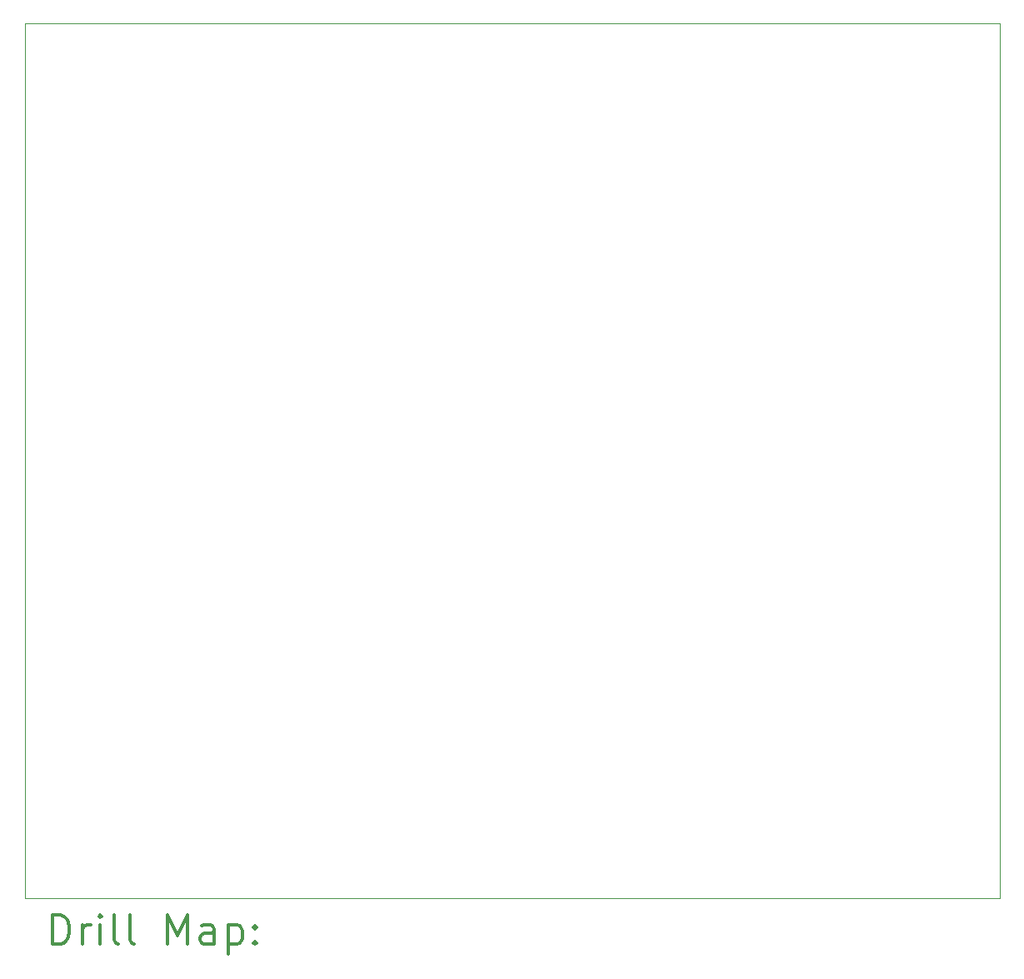
<source format=gbr>
%FSLAX45Y45*%
G04 Gerber Fmt 4.5, Leading zero omitted, Abs format (unit mm)*
G04 Created by KiCad (PCBNEW (5.1.6)-1) date 2020-10-04 22:02:04*
%MOMM*%
%LPD*%
G01*
G04 APERTURE LIST*
%TA.AperFunction,Profile*%
%ADD10C,0.050000*%
%TD*%
%ADD11C,0.200000*%
%ADD12C,0.300000*%
G04 APERTURE END LIST*
D10*
X19939000Y-3683000D02*
X10033000Y-3683000D01*
X19939000Y-12573000D02*
X19939000Y-3683000D01*
X10033000Y-12573000D02*
X19939000Y-12573000D01*
X10033000Y-3683000D02*
X10033000Y-12573000D01*
D11*
D12*
X10316928Y-13041214D02*
X10316928Y-12741214D01*
X10388357Y-12741214D01*
X10431214Y-12755500D01*
X10459786Y-12784071D01*
X10474071Y-12812643D01*
X10488357Y-12869786D01*
X10488357Y-12912643D01*
X10474071Y-12969786D01*
X10459786Y-12998357D01*
X10431214Y-13026929D01*
X10388357Y-13041214D01*
X10316928Y-13041214D01*
X10616928Y-13041214D02*
X10616928Y-12841214D01*
X10616928Y-12898357D02*
X10631214Y-12869786D01*
X10645500Y-12855500D01*
X10674071Y-12841214D01*
X10702643Y-12841214D01*
X10802643Y-13041214D02*
X10802643Y-12841214D01*
X10802643Y-12741214D02*
X10788357Y-12755500D01*
X10802643Y-12769786D01*
X10816928Y-12755500D01*
X10802643Y-12741214D01*
X10802643Y-12769786D01*
X10988357Y-13041214D02*
X10959786Y-13026929D01*
X10945500Y-12998357D01*
X10945500Y-12741214D01*
X11145500Y-13041214D02*
X11116928Y-13026929D01*
X11102643Y-12998357D01*
X11102643Y-12741214D01*
X11488357Y-13041214D02*
X11488357Y-12741214D01*
X11588357Y-12955500D01*
X11688357Y-12741214D01*
X11688357Y-13041214D01*
X11959786Y-13041214D02*
X11959786Y-12884071D01*
X11945500Y-12855500D01*
X11916928Y-12841214D01*
X11859786Y-12841214D01*
X11831214Y-12855500D01*
X11959786Y-13026929D02*
X11931214Y-13041214D01*
X11859786Y-13041214D01*
X11831214Y-13026929D01*
X11816928Y-12998357D01*
X11816928Y-12969786D01*
X11831214Y-12941214D01*
X11859786Y-12926929D01*
X11931214Y-12926929D01*
X11959786Y-12912643D01*
X12102643Y-12841214D02*
X12102643Y-13141214D01*
X12102643Y-12855500D02*
X12131214Y-12841214D01*
X12188357Y-12841214D01*
X12216928Y-12855500D01*
X12231214Y-12869786D01*
X12245500Y-12898357D01*
X12245500Y-12984071D01*
X12231214Y-13012643D01*
X12216928Y-13026929D01*
X12188357Y-13041214D01*
X12131214Y-13041214D01*
X12102643Y-13026929D01*
X12374071Y-13012643D02*
X12388357Y-13026929D01*
X12374071Y-13041214D01*
X12359786Y-13026929D01*
X12374071Y-13012643D01*
X12374071Y-13041214D01*
X12374071Y-12855500D02*
X12388357Y-12869786D01*
X12374071Y-12884071D01*
X12359786Y-12869786D01*
X12374071Y-12855500D01*
X12374071Y-12884071D01*
M02*

</source>
